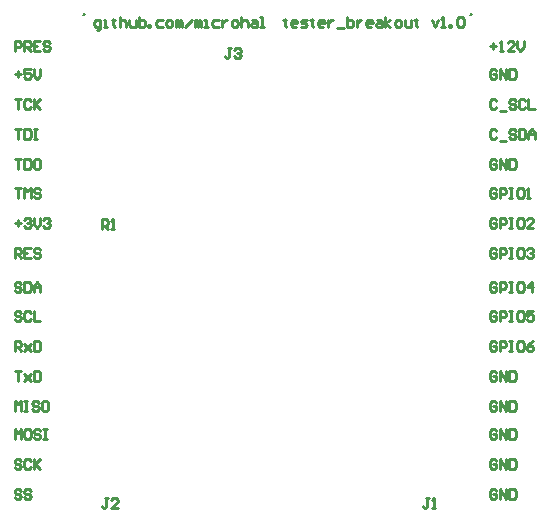
<source format=gto>
G04 Layer_Color=15132400*
%FSLAX25Y25*%
%MOIN*%
G70*
G01*
G75*
%ADD11C,0.01000*%
D11*
X155200Y487500D02*
G03*
X155200Y487500I-200J0D01*
G01*
X284200D02*
G03*
X284200Y487500I-200J0D01*
G01*
X204133Y476199D02*
X203066D01*
X203600D01*
Y473533D01*
X203066Y473000D01*
X202533D01*
X202000Y473533D01*
X205199Y475666D02*
X205732Y476199D01*
X206799D01*
X207332Y475666D01*
Y475133D01*
X206799Y474600D01*
X206265D01*
X206799D01*
X207332Y474066D01*
Y473533D01*
X206799Y473000D01*
X205732D01*
X205199Y473533D01*
X161000Y416000D02*
Y419199D01*
X162600D01*
X163133Y418666D01*
Y417599D01*
X162600Y417066D01*
X161000D01*
X162066D02*
X163133Y416000D01*
X164199D02*
X165265D01*
X164732D01*
Y419199D01*
X164199Y418666D01*
X163133Y326199D02*
X162066D01*
X162600D01*
Y323533D01*
X162066Y323000D01*
X161533D01*
X161000Y323533D01*
X166332Y323000D02*
X164199D01*
X166332Y325133D01*
Y325666D01*
X165798Y326199D01*
X164732D01*
X164199Y325666D01*
X270133Y326199D02*
X269066D01*
X269600D01*
Y323533D01*
X269066Y323000D01*
X268533D01*
X268000Y323533D01*
X271199Y323000D02*
X272265D01*
X271732D01*
Y326199D01*
X271199Y325666D01*
X159566Y482434D02*
X160099D01*
X160633Y482967D01*
Y485633D01*
X159033D01*
X158500Y485100D01*
Y484033D01*
X159033Y483500D01*
X160633D01*
X161699D02*
X162765D01*
X162232D01*
Y485633D01*
X161699D01*
X164898Y486166D02*
Y485633D01*
X164365D01*
X165431D01*
X164898D01*
Y484033D01*
X165431Y483500D01*
X167031Y486699D02*
Y483500D01*
Y485100D01*
X167564Y485633D01*
X168630D01*
X169163Y485100D01*
Y483500D01*
X170229Y485633D02*
Y484033D01*
X170763Y483500D01*
X172362D01*
Y485633D01*
X173428Y486699D02*
Y483500D01*
X175028D01*
X175561Y484033D01*
Y484566D01*
Y485100D01*
X175028Y485633D01*
X173428D01*
X176628Y483500D02*
Y484033D01*
X177161D01*
Y483500D01*
X176628D01*
X181426Y485633D02*
X179826D01*
X179293Y485100D01*
Y484033D01*
X179826Y483500D01*
X181426D01*
X183025D02*
X184092D01*
X184625Y484033D01*
Y485100D01*
X184092Y485633D01*
X183025D01*
X182492Y485100D01*
Y484033D01*
X183025Y483500D01*
X185691D02*
Y485633D01*
X186224D01*
X186758Y485100D01*
Y483500D01*
Y485100D01*
X187291Y485633D01*
X187824Y485100D01*
Y483500D01*
X188890D02*
X191023Y485633D01*
X192089Y483500D02*
Y485633D01*
X192622D01*
X193156Y485100D01*
Y483500D01*
Y485100D01*
X193689Y485633D01*
X194222Y485100D01*
Y483500D01*
X195288D02*
X196354D01*
X195821D01*
Y485633D01*
X195288D01*
X200087D02*
X198487D01*
X197954Y485100D01*
Y484033D01*
X198487Y483500D01*
X200087D01*
X201153Y485633D02*
Y483500D01*
Y484566D01*
X201686Y485100D01*
X202219Y485633D01*
X202752D01*
X204885Y483500D02*
X205951D01*
X206485Y484033D01*
Y485100D01*
X205951Y485633D01*
X204885D01*
X204352Y485100D01*
Y484033D01*
X204885Y483500D01*
X207551Y486699D02*
Y483500D01*
Y485100D01*
X208084Y485633D01*
X209150D01*
X209683Y485100D01*
Y483500D01*
X211283Y485633D02*
X212349D01*
X212882Y485100D01*
Y483500D01*
X211283D01*
X210750Y484033D01*
X211283Y484566D01*
X212882D01*
X213949Y483500D02*
X215015D01*
X214482D01*
Y486699D01*
X213949D01*
X222033Y486166D02*
Y485633D01*
X221500D01*
X222566D01*
X222033D01*
Y484033D01*
X222566Y483500D01*
X225765D02*
X224699D01*
X224166Y484033D01*
Y485100D01*
X224699Y485633D01*
X225765D01*
X226298Y485100D01*
Y484566D01*
X224166D01*
X227365Y483500D02*
X228964D01*
X229497Y484033D01*
X228964Y484566D01*
X227898D01*
X227365Y485100D01*
X227898Y485633D01*
X229497D01*
X231097Y486166D02*
Y485633D01*
X230564D01*
X231630D01*
X231097D01*
Y484033D01*
X231630Y483500D01*
X234829D02*
X233763D01*
X233229Y484033D01*
Y485100D01*
X233763Y485633D01*
X234829D01*
X235362Y485100D01*
Y484566D01*
X233229D01*
X236428Y485633D02*
Y483500D01*
Y484566D01*
X236962Y485100D01*
X237495Y485633D01*
X238028D01*
X239628Y482967D02*
X241760D01*
X242827Y486699D02*
Y483500D01*
X244426D01*
X244959Y484033D01*
Y484566D01*
Y485100D01*
X244426Y485633D01*
X242827D01*
X246025D02*
Y483500D01*
Y484566D01*
X246559Y485100D01*
X247092Y485633D01*
X247625D01*
X250824Y483500D02*
X249758D01*
X249224Y484033D01*
Y485100D01*
X249758Y485633D01*
X250824D01*
X251357Y485100D01*
Y484566D01*
X249224D01*
X252957Y485633D02*
X254023D01*
X254556Y485100D01*
Y483500D01*
X252957D01*
X252423Y484033D01*
X252957Y484566D01*
X254556D01*
X255622Y483500D02*
Y486699D01*
Y484566D02*
X257222Y485633D01*
X255622Y484566D02*
X257222Y483500D01*
X259354D02*
X260421D01*
X260954Y484033D01*
Y485100D01*
X260421Y485633D01*
X259354D01*
X258821Y485100D01*
Y484033D01*
X259354Y483500D01*
X262020Y485633D02*
Y484033D01*
X262553Y483500D01*
X264153D01*
Y485633D01*
X265752Y486166D02*
Y485633D01*
X265219D01*
X266286D01*
X265752D01*
Y484033D01*
X266286Y483500D01*
X271084Y485633D02*
X272150Y483500D01*
X273217Y485633D01*
X274283Y483500D02*
X275349D01*
X274816D01*
Y486699D01*
X274283Y486166D01*
X276949Y483500D02*
Y484033D01*
X277482D01*
Y483500D01*
X276949D01*
X279615Y486166D02*
X280148Y486699D01*
X281214D01*
X281747Y486166D01*
Y484033D01*
X281214Y483500D01*
X280148D01*
X279615Y484033D01*
Y486166D01*
X132000Y475500D02*
Y478699D01*
X133599D01*
X134133Y478166D01*
Y477100D01*
X133599Y476566D01*
X132000D01*
X135199Y475500D02*
Y478699D01*
X136799D01*
X137332Y478166D01*
Y477100D01*
X136799Y476566D01*
X135199D01*
X136265D02*
X137332Y475500D01*
X140531Y478699D02*
X138398D01*
Y475500D01*
X140531D01*
X138398Y477100D02*
X139464D01*
X143729Y478166D02*
X143196Y478699D01*
X142130D01*
X141597Y478166D01*
Y477633D01*
X142130Y477100D01*
X143196D01*
X143729Y476566D01*
Y476033D01*
X143196Y475500D01*
X142130D01*
X141597Y476033D01*
X132000Y467599D02*
X134133D01*
X133066Y468666D02*
Y466533D01*
X137332Y469199D02*
X135199D01*
Y467599D01*
X136265Y468133D01*
X136799D01*
X137332Y467599D01*
Y466533D01*
X136799Y466000D01*
X135732D01*
X135199Y466533D01*
X138398Y469199D02*
Y467066D01*
X139464Y466000D01*
X140531Y467066D01*
Y469199D01*
X132000Y459199D02*
X134133D01*
X133066D01*
Y456000D01*
X137332Y458666D02*
X136799Y459199D01*
X135732D01*
X135199Y458666D01*
Y456533D01*
X135732Y456000D01*
X136799D01*
X137332Y456533D01*
X138398Y459199D02*
Y456000D01*
Y457066D01*
X140531Y459199D01*
X138931Y457599D01*
X140531Y456000D01*
X132000Y449199D02*
X134133D01*
X133066D01*
Y446000D01*
X135199Y449199D02*
Y446000D01*
X136799D01*
X137332Y446533D01*
Y448666D01*
X136799Y449199D01*
X135199D01*
X138398D02*
X139464D01*
X138931D01*
Y446000D01*
X138398D01*
X139464D01*
X132000Y406500D02*
Y409699D01*
X133599D01*
X134133Y409166D01*
Y408100D01*
X133599Y407566D01*
X132000D01*
X133066D02*
X134133Y406500D01*
X137332Y409699D02*
X135199D01*
Y406500D01*
X137332D01*
X135199Y408100D02*
X136265D01*
X140531Y409166D02*
X139997Y409699D01*
X138931D01*
X138398Y409166D01*
Y408633D01*
X138931Y408100D01*
X139997D01*
X140531Y407566D01*
Y407033D01*
X139997Y406500D01*
X138931D01*
X138398Y407033D01*
X132000Y418099D02*
X134133D01*
X133066Y419166D02*
Y417033D01*
X135199Y419166D02*
X135732Y419699D01*
X136799D01*
X137332Y419166D01*
Y418633D01*
X136799Y418099D01*
X136265D01*
X136799D01*
X137332Y417566D01*
Y417033D01*
X136799Y416500D01*
X135732D01*
X135199Y417033D01*
X138398Y419699D02*
Y417566D01*
X139464Y416500D01*
X140531Y417566D01*
Y419699D01*
X141597Y419166D02*
X142130Y419699D01*
X143196D01*
X143729Y419166D01*
Y418633D01*
X143196Y418099D01*
X142663D01*
X143196D01*
X143729Y417566D01*
Y417033D01*
X143196Y416500D01*
X142130D01*
X141597Y417033D01*
X132000Y429699D02*
X134133D01*
X133066D01*
Y426500D01*
X135199D02*
Y429699D01*
X136265Y428633D01*
X137332Y429699D01*
Y426500D01*
X140531Y429166D02*
X139997Y429699D01*
X138931D01*
X138398Y429166D01*
Y428633D01*
X138931Y428099D01*
X139997D01*
X140531Y427566D01*
Y427033D01*
X139997Y426500D01*
X138931D01*
X138398Y427033D01*
X132000Y439199D02*
X134133D01*
X133066D01*
Y436000D01*
X135199Y439199D02*
Y436000D01*
X136799D01*
X137332Y436533D01*
Y438666D01*
X136799Y439199D01*
X135199D01*
X139997D02*
X138931D01*
X138398Y438666D01*
Y436533D01*
X138931Y436000D01*
X139997D01*
X140531Y436533D01*
Y438666D01*
X139997Y439199D01*
X132000Y355500D02*
Y358699D01*
X133066Y357633D01*
X134133Y358699D01*
Y355500D01*
X135199Y358699D02*
X136265D01*
X135732D01*
Y355500D01*
X135199D01*
X136265D01*
X139997Y358166D02*
X139464Y358699D01*
X138398D01*
X137865Y358166D01*
Y357633D01*
X138398Y357100D01*
X139464D01*
X139997Y356566D01*
Y356033D01*
X139464Y355500D01*
X138398D01*
X137865Y356033D01*
X142663Y358699D02*
X141597D01*
X141064Y358166D01*
Y356033D01*
X141597Y355500D01*
X142663D01*
X143196Y356033D01*
Y358166D01*
X142663Y358699D01*
X132000Y346000D02*
Y349199D01*
X133066Y348133D01*
X134133Y349199D01*
Y346000D01*
X136799Y349199D02*
X135732D01*
X135199Y348666D01*
Y346533D01*
X135732Y346000D01*
X136799D01*
X137332Y346533D01*
Y348666D01*
X136799Y349199D01*
X140531Y348666D02*
X139997Y349199D01*
X138931D01*
X138398Y348666D01*
Y348133D01*
X138931Y347600D01*
X139997D01*
X140531Y347066D01*
Y346533D01*
X139997Y346000D01*
X138931D01*
X138398Y346533D01*
X141597Y349199D02*
X142663D01*
X142130D01*
Y346000D01*
X141597D01*
X142663D01*
X134133Y338666D02*
X133599Y339199D01*
X132533D01*
X132000Y338666D01*
Y338133D01*
X132533Y337599D01*
X133599D01*
X134133Y337066D01*
Y336533D01*
X133599Y336000D01*
X132533D01*
X132000Y336533D01*
X137332Y338666D02*
X136799Y339199D01*
X135732D01*
X135199Y338666D01*
Y336533D01*
X135732Y336000D01*
X136799D01*
X137332Y336533D01*
X138398Y339199D02*
Y336000D01*
Y337066D01*
X140531Y339199D01*
X138931Y337599D01*
X140531Y336000D01*
X134133Y328666D02*
X133599Y329199D01*
X132533D01*
X132000Y328666D01*
Y328133D01*
X132533Y327600D01*
X133599D01*
X134133Y327066D01*
Y326533D01*
X133599Y326000D01*
X132533D01*
X132000Y326533D01*
X137332Y328666D02*
X136799Y329199D01*
X135732D01*
X135199Y328666D01*
Y328133D01*
X135732Y327600D01*
X136799D01*
X137332Y327066D01*
Y326533D01*
X136799Y326000D01*
X135732D01*
X135199Y326533D01*
X132000Y368699D02*
X134133D01*
X133066D01*
Y365500D01*
X135199Y367633D02*
X137332Y365500D01*
X136265Y366566D01*
X137332Y367633D01*
X135199Y365500D01*
X138398Y368699D02*
Y365500D01*
X139997D01*
X140531Y366033D01*
Y368166D01*
X139997Y368699D01*
X138398D01*
X132000Y375500D02*
Y378699D01*
X133599D01*
X134133Y378166D01*
Y377099D01*
X133599Y376566D01*
X132000D01*
X133066D02*
X134133Y375500D01*
X135199Y377633D02*
X137332Y375500D01*
X136265Y376566D01*
X137332Y377633D01*
X135199Y375500D01*
X138398Y378699D02*
Y375500D01*
X139997D01*
X140531Y376033D01*
Y378166D01*
X139997Y378699D01*
X138398D01*
X134133Y388166D02*
X133599Y388699D01*
X132533D01*
X132000Y388166D01*
Y387633D01*
X132533Y387100D01*
X133599D01*
X134133Y386566D01*
Y386033D01*
X133599Y385500D01*
X132533D01*
X132000Y386033D01*
X137332Y388166D02*
X136799Y388699D01*
X135732D01*
X135199Y388166D01*
Y386033D01*
X135732Y385500D01*
X136799D01*
X137332Y386033D01*
X138398Y388699D02*
Y385500D01*
X140531D01*
X134133Y397666D02*
X133599Y398199D01*
X132533D01*
X132000Y397666D01*
Y397133D01*
X132533Y396600D01*
X133599D01*
X134133Y396066D01*
Y395533D01*
X133599Y395000D01*
X132533D01*
X132000Y395533D01*
X135199Y398199D02*
Y395000D01*
X136799D01*
X137332Y395533D01*
Y397666D01*
X136799Y398199D01*
X135199D01*
X138398Y395000D02*
Y397133D01*
X139464Y398199D01*
X140531Y397133D01*
Y395000D01*
Y396600D01*
X138398D01*
X292633Y397666D02*
X292099Y398199D01*
X291033D01*
X290500Y397666D01*
Y395533D01*
X291033Y395000D01*
X292099D01*
X292633Y395533D01*
Y396600D01*
X291566D01*
X293699Y395000D02*
Y398199D01*
X295299D01*
X295832Y397666D01*
Y396600D01*
X295299Y396066D01*
X293699D01*
X296898Y398199D02*
X297964D01*
X297431D01*
Y395000D01*
X296898D01*
X297964D01*
X301163Y398199D02*
X300097D01*
X299564Y397666D01*
Y395533D01*
X300097Y395000D01*
X301163D01*
X301696Y395533D01*
Y397666D01*
X301163Y398199D01*
X304362Y395000D02*
Y398199D01*
X302763Y396600D01*
X304895D01*
X292633Y388166D02*
X292099Y388699D01*
X291033D01*
X290500Y388166D01*
Y386033D01*
X291033Y385500D01*
X292099D01*
X292633Y386033D01*
Y387100D01*
X291566D01*
X293699Y385500D02*
Y388699D01*
X295299D01*
X295832Y388166D01*
Y387100D01*
X295299Y386566D01*
X293699D01*
X296898Y388699D02*
X297964D01*
X297431D01*
Y385500D01*
X296898D01*
X297964D01*
X301163Y388699D02*
X300097D01*
X299564Y388166D01*
Y386033D01*
X300097Y385500D01*
X301163D01*
X301696Y386033D01*
Y388166D01*
X301163Y388699D01*
X304895D02*
X302763D01*
Y387100D01*
X303829Y387633D01*
X304362D01*
X304895Y387100D01*
Y386033D01*
X304362Y385500D01*
X303296D01*
X302763Y386033D01*
X292633Y378166D02*
X292099Y378699D01*
X291033D01*
X290500Y378166D01*
Y376033D01*
X291033Y375500D01*
X292099D01*
X292633Y376033D01*
Y377099D01*
X291566D01*
X293699Y375500D02*
Y378699D01*
X295299D01*
X295832Y378166D01*
Y377099D01*
X295299Y376566D01*
X293699D01*
X296898Y378699D02*
X297964D01*
X297431D01*
Y375500D01*
X296898D01*
X297964D01*
X301163Y378699D02*
X300097D01*
X299564Y378166D01*
Y376033D01*
X300097Y375500D01*
X301163D01*
X301696Y376033D01*
Y378166D01*
X301163Y378699D01*
X304895D02*
X303829Y378166D01*
X302763Y377099D01*
Y376033D01*
X303296Y375500D01*
X304362D01*
X304895Y376033D01*
Y376566D01*
X304362Y377099D01*
X302763D01*
X292633Y368166D02*
X292099Y368699D01*
X291033D01*
X290500Y368166D01*
Y366033D01*
X291033Y365500D01*
X292099D01*
X292633Y366033D01*
Y367099D01*
X291566D01*
X293699Y365500D02*
Y368699D01*
X295832Y365500D01*
Y368699D01*
X296898D02*
Y365500D01*
X298497D01*
X299031Y366033D01*
Y368166D01*
X298497Y368699D01*
X296898D01*
X292633Y328666D02*
X292099Y329199D01*
X291033D01*
X290500Y328666D01*
Y326533D01*
X291033Y326000D01*
X292099D01*
X292633Y326533D01*
Y327600D01*
X291566D01*
X293699Y326000D02*
Y329199D01*
X295832Y326000D01*
Y329199D01*
X296898D02*
Y326000D01*
X298497D01*
X299031Y326533D01*
Y328666D01*
X298497Y329199D01*
X296898D01*
X292633Y338666D02*
X292099Y339199D01*
X291033D01*
X290500Y338666D01*
Y336533D01*
X291033Y336000D01*
X292099D01*
X292633Y336533D01*
Y337599D01*
X291566D01*
X293699Y336000D02*
Y339199D01*
X295832Y336000D01*
Y339199D01*
X296898D02*
Y336000D01*
X298497D01*
X299031Y336533D01*
Y338666D01*
X298497Y339199D01*
X296898D01*
X292633Y348666D02*
X292099Y349199D01*
X291033D01*
X290500Y348666D01*
Y346533D01*
X291033Y346000D01*
X292099D01*
X292633Y346533D01*
Y347600D01*
X291566D01*
X293699Y346000D02*
Y349199D01*
X295832Y346000D01*
Y349199D01*
X296898D02*
Y346000D01*
X298497D01*
X299031Y346533D01*
Y348666D01*
X298497Y349199D01*
X296898D01*
X292633Y358166D02*
X292099Y358699D01*
X291033D01*
X290500Y358166D01*
Y356033D01*
X291033Y355500D01*
X292099D01*
X292633Y356033D01*
Y357100D01*
X291566D01*
X293699Y355500D02*
Y358699D01*
X295832Y355500D01*
Y358699D01*
X296898D02*
Y355500D01*
X298497D01*
X299031Y356033D01*
Y358166D01*
X298497Y358699D01*
X296898D01*
X292633Y438666D02*
X292099Y439199D01*
X291033D01*
X290500Y438666D01*
Y436533D01*
X291033Y436000D01*
X292099D01*
X292633Y436533D01*
Y437600D01*
X291566D01*
X293699Y436000D02*
Y439199D01*
X295832Y436000D01*
Y439199D01*
X296898D02*
Y436000D01*
X298497D01*
X299031Y436533D01*
Y438666D01*
X298497Y439199D01*
X296898D01*
X292633Y429166D02*
X292099Y429699D01*
X291033D01*
X290500Y429166D01*
Y427033D01*
X291033Y426500D01*
X292099D01*
X292633Y427033D01*
Y428099D01*
X291566D01*
X293699Y426500D02*
Y429699D01*
X295299D01*
X295832Y429166D01*
Y428099D01*
X295299Y427566D01*
X293699D01*
X296898Y429699D02*
X297964D01*
X297431D01*
Y426500D01*
X296898D01*
X297964D01*
X301163Y429699D02*
X300097D01*
X299564Y429166D01*
Y427033D01*
X300097Y426500D01*
X301163D01*
X301696Y427033D01*
Y429166D01*
X301163Y429699D01*
X302763Y426500D02*
X303829D01*
X303296D01*
Y429699D01*
X302763Y429166D01*
X292633Y419166D02*
X292099Y419699D01*
X291033D01*
X290500Y419166D01*
Y417033D01*
X291033Y416500D01*
X292099D01*
X292633Y417033D01*
Y418099D01*
X291566D01*
X293699Y416500D02*
Y419699D01*
X295299D01*
X295832Y419166D01*
Y418099D01*
X295299Y417566D01*
X293699D01*
X296898Y419699D02*
X297964D01*
X297431D01*
Y416500D01*
X296898D01*
X297964D01*
X301163Y419699D02*
X300097D01*
X299564Y419166D01*
Y417033D01*
X300097Y416500D01*
X301163D01*
X301696Y417033D01*
Y419166D01*
X301163Y419699D01*
X304895Y416500D02*
X302763D01*
X304895Y418633D01*
Y419166D01*
X304362Y419699D01*
X303296D01*
X302763Y419166D01*
X292633Y409166D02*
X292099Y409699D01*
X291033D01*
X290500Y409166D01*
Y407033D01*
X291033Y406500D01*
X292099D01*
X292633Y407033D01*
Y408100D01*
X291566D01*
X293699Y406500D02*
Y409699D01*
X295299D01*
X295832Y409166D01*
Y408100D01*
X295299Y407566D01*
X293699D01*
X296898Y409699D02*
X297964D01*
X297431D01*
Y406500D01*
X296898D01*
X297964D01*
X301163Y409699D02*
X300097D01*
X299564Y409166D01*
Y407033D01*
X300097Y406500D01*
X301163D01*
X301696Y407033D01*
Y409166D01*
X301163Y409699D01*
X302763Y409166D02*
X303296Y409699D01*
X304362D01*
X304895Y409166D01*
Y408633D01*
X304362Y408100D01*
X303829D01*
X304362D01*
X304895Y407566D01*
Y407033D01*
X304362Y406500D01*
X303296D01*
X302763Y407033D01*
X292633Y448666D02*
X292099Y449199D01*
X291033D01*
X290500Y448666D01*
Y446533D01*
X291033Y446000D01*
X292099D01*
X292633Y446533D01*
X293699Y445467D02*
X295832D01*
X299031Y448666D02*
X298497Y449199D01*
X297431D01*
X296898Y448666D01*
Y448133D01*
X297431Y447600D01*
X298497D01*
X299031Y447066D01*
Y446533D01*
X298497Y446000D01*
X297431D01*
X296898Y446533D01*
X300097Y449199D02*
Y446000D01*
X301696D01*
X302230Y446533D01*
Y448666D01*
X301696Y449199D01*
X300097D01*
X303296Y446000D02*
Y448133D01*
X304362Y449199D01*
X305429Y448133D01*
Y446000D01*
Y447600D01*
X303296D01*
X292633Y458666D02*
X292099Y459199D01*
X291033D01*
X290500Y458666D01*
Y456533D01*
X291033Y456000D01*
X292099D01*
X292633Y456533D01*
X293699Y455467D02*
X295832D01*
X299031Y458666D02*
X298497Y459199D01*
X297431D01*
X296898Y458666D01*
Y458133D01*
X297431Y457599D01*
X298497D01*
X299031Y457066D01*
Y456533D01*
X298497Y456000D01*
X297431D01*
X296898Y456533D01*
X302230Y458666D02*
X301696Y459199D01*
X300630D01*
X300097Y458666D01*
Y456533D01*
X300630Y456000D01*
X301696D01*
X302230Y456533D01*
X303296Y459199D02*
Y456000D01*
X305429D01*
X292633Y468666D02*
X292099Y469199D01*
X291033D01*
X290500Y468666D01*
Y466533D01*
X291033Y466000D01*
X292099D01*
X292633Y466533D01*
Y467599D01*
X291566D01*
X293699Y466000D02*
Y469199D01*
X295832Y466000D01*
Y469199D01*
X296898D02*
Y466000D01*
X298497D01*
X299031Y466533D01*
Y468666D01*
X298497Y469199D01*
X296898D01*
X290500Y477100D02*
X292633D01*
X291566Y478166D02*
Y476033D01*
X293699Y475500D02*
X294765D01*
X294232D01*
Y478699D01*
X293699Y478166D01*
X298497Y475500D02*
X296365D01*
X298497Y477633D01*
Y478166D01*
X297964Y478699D01*
X296898D01*
X296365Y478166D01*
X299564Y478699D02*
Y476566D01*
X300630Y475500D01*
X301696Y476566D01*
Y478699D01*
M02*

</source>
